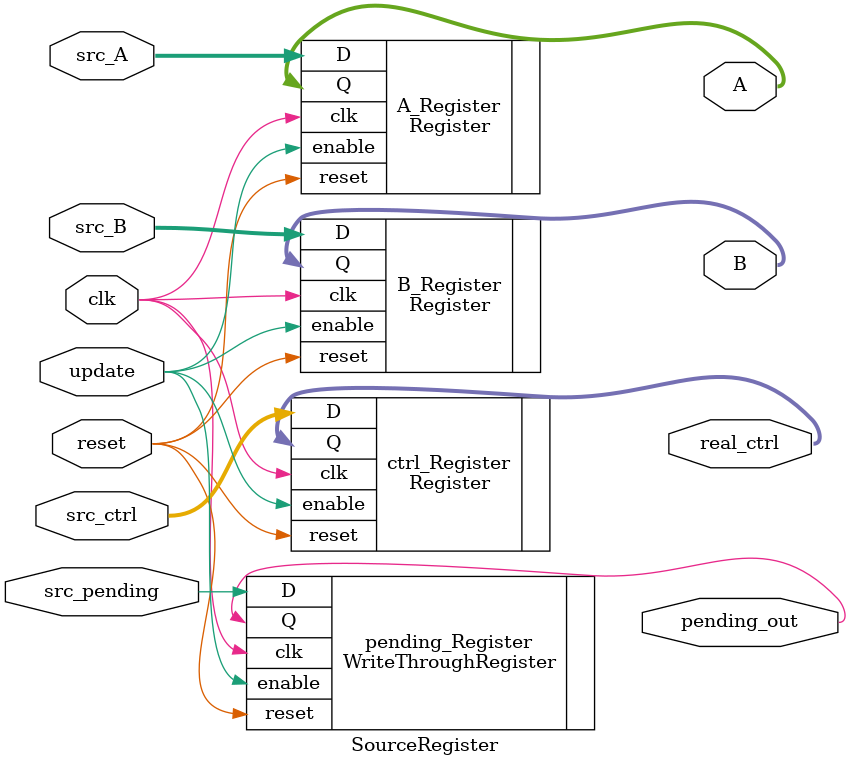
<source format=v>
/*
 * File: Multiply.SourceRegister.v
 * A sub-module of Multiply in which registers for caching inputs of Multiply
 *  is set and managed.
 * ctrl reference:
 *  00 -- mult
 *  01 -- multu
 *  10 -- div
 *  11 -- divu
*/
module SourceRegister(
    input[31:0]     src_A,
    input[31:0]     src_B,
    input[1:0]      src_ctrl,
    input           src_pending,
    input           clk,
    input           update,
    input           reset,
    output[31:0]    A,
    output[31:0]    B,
    output[1:0]     real_ctrl,
    output          pending_out
);
    Register#(32,0)A_Register(
        .D(src_A), .clk(clk), .reset(reset), .enable(update), .Q(A)
    );
    Register#(32,0)B_Register(
        .D(src_B), .clk(clk), .reset(reset), .enable(update), .Q(B)
    );
    Register#(2,0)ctrl_Register(
        .D(src_ctrl), .clk(clk), .reset(reset), .enable(update), .Q(real_ctrl)
    );
    WriteThroughRegister#(1,0)pending_Register(
        .D(src_pending), .clk(clk), .reset(reset), .enable(update), .Q(pending_out)
    );
endmodule
</source>
